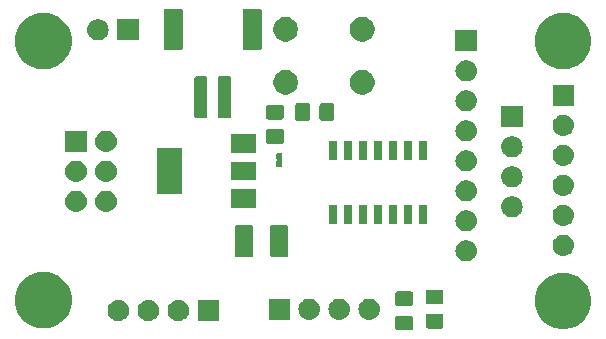
<source format=gbr>
G04 #@! TF.GenerationSoftware,KiCad,Pcbnew,5.0.2-bee76a0~70~ubuntu18.04.1*
G04 #@! TF.CreationDate,2019-01-23T20:48:10+01:00*
G04 #@! TF.ProjectId,Mighty841,4d696768-7479-4383-9431-2e6b69636164,1*
G04 #@! TF.SameCoordinates,Original*
G04 #@! TF.FileFunction,Soldermask,Top*
G04 #@! TF.FilePolarity,Negative*
%FSLAX46Y46*%
G04 Gerber Fmt 4.6, Leading zero omitted, Abs format (unit mm)*
G04 Created by KiCad (PCBNEW 5.0.2-bee76a0~70~ubuntu18.04.1) date mer. 23 janv. 2019 20:48:10 CET*
%MOMM*%
%LPD*%
G01*
G04 APERTURE LIST*
%ADD10C,0.100000*%
G04 APERTURE END LIST*
D10*
G36*
X154142077Y-86244265D02*
X154179764Y-86255698D01*
X154214503Y-86274266D01*
X154244948Y-86299252D01*
X154269934Y-86329697D01*
X154288502Y-86364436D01*
X154299935Y-86402123D01*
X154304400Y-86447461D01*
X154304400Y-87284139D01*
X154299935Y-87329477D01*
X154288502Y-87367164D01*
X154269934Y-87401903D01*
X154244948Y-87432348D01*
X154214503Y-87457334D01*
X154179764Y-87475902D01*
X154142077Y-87487335D01*
X154096739Y-87491800D01*
X153010061Y-87491800D01*
X152964723Y-87487335D01*
X152927036Y-87475902D01*
X152892297Y-87457334D01*
X152861852Y-87432348D01*
X152836866Y-87401903D01*
X152818298Y-87367164D01*
X152806865Y-87329477D01*
X152802400Y-87284139D01*
X152802400Y-86447461D01*
X152806865Y-86402123D01*
X152818298Y-86364436D01*
X152836866Y-86329697D01*
X152861852Y-86299252D01*
X152892297Y-86274266D01*
X152927036Y-86255698D01*
X152964723Y-86244265D01*
X153010061Y-86239800D01*
X154096739Y-86239800D01*
X154142077Y-86244265D01*
X154142077Y-86244265D01*
G37*
G36*
X167358487Y-82623269D02*
X167700346Y-82691269D01*
X167881338Y-82766239D01*
X168137299Y-82872261D01*
X168530551Y-83135024D01*
X168864976Y-83469449D01*
X169127739Y-83862701D01*
X169201951Y-84041865D01*
X169308731Y-84299654D01*
X169311671Y-84314436D01*
X169401000Y-84763521D01*
X169401000Y-85236479D01*
X169308731Y-85700345D01*
X169127739Y-86137299D01*
X168864976Y-86530551D01*
X168530551Y-86864976D01*
X168137299Y-87127739D01*
X167918332Y-87218438D01*
X167700346Y-87308731D01*
X167578337Y-87333000D01*
X167236479Y-87401000D01*
X166763521Y-87401000D01*
X166421663Y-87333000D01*
X166299654Y-87308731D01*
X166081668Y-87218438D01*
X165862701Y-87127739D01*
X165469449Y-86864976D01*
X165135024Y-86530551D01*
X164872261Y-86137299D01*
X164691269Y-85700345D01*
X164599000Y-85236479D01*
X164599000Y-84763521D01*
X164688329Y-84314436D01*
X164691269Y-84299654D01*
X164798049Y-84041865D01*
X164872261Y-83862701D01*
X165135024Y-83469449D01*
X165469449Y-83135024D01*
X165862701Y-82872261D01*
X166118662Y-82766239D01*
X166299654Y-82691269D01*
X166641513Y-82623269D01*
X166763521Y-82599000D01*
X167236479Y-82599000D01*
X167358487Y-82623269D01*
X167358487Y-82623269D01*
G37*
G36*
X156707477Y-86091865D02*
X156745164Y-86103298D01*
X156779903Y-86121866D01*
X156810348Y-86146852D01*
X156835334Y-86177297D01*
X156853902Y-86212036D01*
X156865335Y-86249723D01*
X156869800Y-86295061D01*
X156869800Y-87131739D01*
X156865335Y-87177077D01*
X156853902Y-87214764D01*
X156835334Y-87249503D01*
X156810348Y-87279948D01*
X156779903Y-87304934D01*
X156745164Y-87323502D01*
X156707477Y-87334935D01*
X156662139Y-87339400D01*
X155575461Y-87339400D01*
X155530123Y-87334935D01*
X155492436Y-87323502D01*
X155457697Y-87304934D01*
X155427252Y-87279948D01*
X155402266Y-87249503D01*
X155383698Y-87214764D01*
X155372265Y-87177077D01*
X155367800Y-87131739D01*
X155367800Y-86295061D01*
X155372265Y-86249723D01*
X155383698Y-86212036D01*
X155402266Y-86177297D01*
X155427252Y-86146852D01*
X155457697Y-86121866D01*
X155492436Y-86103298D01*
X155530123Y-86091865D01*
X155575461Y-86087400D01*
X156662139Y-86087400D01*
X156707477Y-86091865D01*
X156707477Y-86091865D01*
G37*
G36*
X123468412Y-82577134D02*
X123700346Y-82623269D01*
X123864512Y-82691269D01*
X124137299Y-82804261D01*
X124530551Y-83067024D01*
X124864976Y-83401449D01*
X125127739Y-83794701D01*
X125155905Y-83862700D01*
X125308731Y-84231654D01*
X125325197Y-84314436D01*
X125401000Y-84695521D01*
X125401000Y-85168479D01*
X125308731Y-85632345D01*
X125127739Y-86069299D01*
X124864976Y-86462551D01*
X124530551Y-86796976D01*
X124137299Y-87059739D01*
X123973132Y-87127739D01*
X123700346Y-87240731D01*
X123539501Y-87272725D01*
X123236479Y-87333000D01*
X122763521Y-87333000D01*
X122460499Y-87272725D01*
X122299654Y-87240731D01*
X122026868Y-87127739D01*
X121862701Y-87059739D01*
X121469449Y-86796976D01*
X121135024Y-86462551D01*
X120872261Y-86069299D01*
X120691269Y-85632345D01*
X120599000Y-85168479D01*
X120599000Y-84695521D01*
X120674803Y-84314436D01*
X120691269Y-84231654D01*
X120844095Y-83862700D01*
X120872261Y-83794701D01*
X121135024Y-83401449D01*
X121469449Y-83067024D01*
X121862701Y-82804261D01*
X122135488Y-82691269D01*
X122299654Y-82623269D01*
X122531588Y-82577135D01*
X122763521Y-82531000D01*
X123236479Y-82531000D01*
X123468412Y-82577134D01*
X123468412Y-82577134D01*
G37*
G36*
X137868200Y-86707400D02*
X136066200Y-86707400D01*
X136066200Y-84905400D01*
X137868200Y-84905400D01*
X137868200Y-86707400D01*
X137868200Y-86707400D01*
G37*
G36*
X134537643Y-84911919D02*
X134603827Y-84918437D01*
X134714539Y-84952021D01*
X134773667Y-84969957D01*
X134912287Y-85044052D01*
X134930191Y-85053622D01*
X134964451Y-85081739D01*
X135067386Y-85166214D01*
X135150648Y-85267671D01*
X135179978Y-85303409D01*
X135179979Y-85303411D01*
X135263643Y-85459933D01*
X135263643Y-85459934D01*
X135315163Y-85629773D01*
X135332559Y-85806400D01*
X135315163Y-85983027D01*
X135288993Y-86069299D01*
X135263643Y-86152867D01*
X135208828Y-86255417D01*
X135179978Y-86309391D01*
X135163313Y-86329697D01*
X135067386Y-86446586D01*
X134965929Y-86529848D01*
X134930191Y-86559178D01*
X134930189Y-86559179D01*
X134773667Y-86642843D01*
X134717053Y-86660016D01*
X134603827Y-86694363D01*
X134537642Y-86700882D01*
X134471460Y-86707400D01*
X134382940Y-86707400D01*
X134316758Y-86700882D01*
X134250573Y-86694363D01*
X134137347Y-86660016D01*
X134080733Y-86642843D01*
X133924211Y-86559179D01*
X133924209Y-86559178D01*
X133888471Y-86529848D01*
X133787014Y-86446586D01*
X133691087Y-86329697D01*
X133674422Y-86309391D01*
X133645572Y-86255417D01*
X133590757Y-86152867D01*
X133565407Y-86069299D01*
X133539237Y-85983027D01*
X133521841Y-85806400D01*
X133539237Y-85629773D01*
X133590757Y-85459934D01*
X133590757Y-85459933D01*
X133674421Y-85303411D01*
X133674422Y-85303409D01*
X133703752Y-85267671D01*
X133787014Y-85166214D01*
X133889949Y-85081739D01*
X133924209Y-85053622D01*
X133942113Y-85044052D01*
X134080733Y-84969957D01*
X134139861Y-84952021D01*
X134250573Y-84918437D01*
X134316757Y-84911919D01*
X134382940Y-84905400D01*
X134471460Y-84905400D01*
X134537643Y-84911919D01*
X134537643Y-84911919D01*
G37*
G36*
X131997643Y-84911919D02*
X132063827Y-84918437D01*
X132174539Y-84952021D01*
X132233667Y-84969957D01*
X132372287Y-85044052D01*
X132390191Y-85053622D01*
X132424451Y-85081739D01*
X132527386Y-85166214D01*
X132610648Y-85267671D01*
X132639978Y-85303409D01*
X132639979Y-85303411D01*
X132723643Y-85459933D01*
X132723643Y-85459934D01*
X132775163Y-85629773D01*
X132792559Y-85806400D01*
X132775163Y-85983027D01*
X132748993Y-86069299D01*
X132723643Y-86152867D01*
X132668828Y-86255417D01*
X132639978Y-86309391D01*
X132623313Y-86329697D01*
X132527386Y-86446586D01*
X132425929Y-86529848D01*
X132390191Y-86559178D01*
X132390189Y-86559179D01*
X132233667Y-86642843D01*
X132177053Y-86660016D01*
X132063827Y-86694363D01*
X131997642Y-86700882D01*
X131931460Y-86707400D01*
X131842940Y-86707400D01*
X131776758Y-86700882D01*
X131710573Y-86694363D01*
X131597347Y-86660016D01*
X131540733Y-86642843D01*
X131384211Y-86559179D01*
X131384209Y-86559178D01*
X131348471Y-86529848D01*
X131247014Y-86446586D01*
X131151087Y-86329697D01*
X131134422Y-86309391D01*
X131105572Y-86255417D01*
X131050757Y-86152867D01*
X131025407Y-86069299D01*
X130999237Y-85983027D01*
X130981841Y-85806400D01*
X130999237Y-85629773D01*
X131050757Y-85459934D01*
X131050757Y-85459933D01*
X131134421Y-85303411D01*
X131134422Y-85303409D01*
X131163752Y-85267671D01*
X131247014Y-85166214D01*
X131349949Y-85081739D01*
X131384209Y-85053622D01*
X131402113Y-85044052D01*
X131540733Y-84969957D01*
X131599861Y-84952021D01*
X131710573Y-84918437D01*
X131776757Y-84911919D01*
X131842940Y-84905400D01*
X131931460Y-84905400D01*
X131997643Y-84911919D01*
X131997643Y-84911919D01*
G37*
G36*
X129457643Y-84911919D02*
X129523827Y-84918437D01*
X129634539Y-84952021D01*
X129693667Y-84969957D01*
X129832287Y-85044052D01*
X129850191Y-85053622D01*
X129884451Y-85081739D01*
X129987386Y-85166214D01*
X130070648Y-85267671D01*
X130099978Y-85303409D01*
X130099979Y-85303411D01*
X130183643Y-85459933D01*
X130183643Y-85459934D01*
X130235163Y-85629773D01*
X130252559Y-85806400D01*
X130235163Y-85983027D01*
X130208993Y-86069299D01*
X130183643Y-86152867D01*
X130128828Y-86255417D01*
X130099978Y-86309391D01*
X130083313Y-86329697D01*
X129987386Y-86446586D01*
X129885929Y-86529848D01*
X129850191Y-86559178D01*
X129850189Y-86559179D01*
X129693667Y-86642843D01*
X129637053Y-86660016D01*
X129523827Y-86694363D01*
X129457642Y-86700882D01*
X129391460Y-86707400D01*
X129302940Y-86707400D01*
X129236758Y-86700882D01*
X129170573Y-86694363D01*
X129057347Y-86660016D01*
X129000733Y-86642843D01*
X128844211Y-86559179D01*
X128844209Y-86559178D01*
X128808471Y-86529848D01*
X128707014Y-86446586D01*
X128611087Y-86329697D01*
X128594422Y-86309391D01*
X128565572Y-86255417D01*
X128510757Y-86152867D01*
X128485407Y-86069299D01*
X128459237Y-85983027D01*
X128441841Y-85806400D01*
X128459237Y-85629773D01*
X128510757Y-85459934D01*
X128510757Y-85459933D01*
X128594421Y-85303411D01*
X128594422Y-85303409D01*
X128623752Y-85267671D01*
X128707014Y-85166214D01*
X128809949Y-85081739D01*
X128844209Y-85053622D01*
X128862113Y-85044052D01*
X129000733Y-84969957D01*
X129059861Y-84952021D01*
X129170573Y-84918437D01*
X129236757Y-84911919D01*
X129302940Y-84905400D01*
X129391460Y-84905400D01*
X129457643Y-84911919D01*
X129457643Y-84911919D01*
G37*
G36*
X148152042Y-84810318D02*
X148218227Y-84816837D01*
X148331453Y-84851184D01*
X148388067Y-84868357D01*
X148526687Y-84942452D01*
X148544591Y-84952022D01*
X148580329Y-84981352D01*
X148681786Y-85064614D01*
X148728374Y-85121383D01*
X148794378Y-85201809D01*
X148794379Y-85201811D01*
X148878043Y-85358333D01*
X148878043Y-85358334D01*
X148929563Y-85528173D01*
X148946959Y-85704800D01*
X148929563Y-85881427D01*
X148898744Y-85983025D01*
X148878043Y-86051267D01*
X148850231Y-86103298D01*
X148794378Y-86207791D01*
X148793909Y-86208362D01*
X148681786Y-86344986D01*
X148612163Y-86402123D01*
X148544591Y-86457578D01*
X148535293Y-86462548D01*
X148388067Y-86541243D01*
X148331453Y-86558416D01*
X148218227Y-86592763D01*
X148152042Y-86599282D01*
X148085860Y-86605800D01*
X147997340Y-86605800D01*
X147931158Y-86599282D01*
X147864973Y-86592763D01*
X147751747Y-86558416D01*
X147695133Y-86541243D01*
X147547907Y-86462548D01*
X147538609Y-86457578D01*
X147471037Y-86402123D01*
X147401414Y-86344986D01*
X147289291Y-86208362D01*
X147288822Y-86207791D01*
X147232969Y-86103298D01*
X147205157Y-86051267D01*
X147184456Y-85983025D01*
X147153637Y-85881427D01*
X147136241Y-85704800D01*
X147153637Y-85528173D01*
X147205157Y-85358334D01*
X147205157Y-85358333D01*
X147288821Y-85201811D01*
X147288822Y-85201809D01*
X147354826Y-85121383D01*
X147401414Y-85064614D01*
X147502871Y-84981352D01*
X147538609Y-84952022D01*
X147556513Y-84942452D01*
X147695133Y-84868357D01*
X147751747Y-84851184D01*
X147864973Y-84816837D01*
X147931158Y-84810318D01*
X147997340Y-84803800D01*
X148085860Y-84803800D01*
X148152042Y-84810318D01*
X148152042Y-84810318D01*
G37*
G36*
X145612042Y-84810318D02*
X145678227Y-84816837D01*
X145791453Y-84851184D01*
X145848067Y-84868357D01*
X145986687Y-84942452D01*
X146004591Y-84952022D01*
X146040329Y-84981352D01*
X146141786Y-85064614D01*
X146188374Y-85121383D01*
X146254378Y-85201809D01*
X146254379Y-85201811D01*
X146338043Y-85358333D01*
X146338043Y-85358334D01*
X146389563Y-85528173D01*
X146406959Y-85704800D01*
X146389563Y-85881427D01*
X146358744Y-85983025D01*
X146338043Y-86051267D01*
X146310231Y-86103298D01*
X146254378Y-86207791D01*
X146253909Y-86208362D01*
X146141786Y-86344986D01*
X146072163Y-86402123D01*
X146004591Y-86457578D01*
X145995293Y-86462548D01*
X145848067Y-86541243D01*
X145791453Y-86558416D01*
X145678227Y-86592763D01*
X145612042Y-86599282D01*
X145545860Y-86605800D01*
X145457340Y-86605800D01*
X145391158Y-86599282D01*
X145324973Y-86592763D01*
X145211747Y-86558416D01*
X145155133Y-86541243D01*
X145007907Y-86462548D01*
X144998609Y-86457578D01*
X144931037Y-86402123D01*
X144861414Y-86344986D01*
X144749291Y-86208362D01*
X144748822Y-86207791D01*
X144692969Y-86103298D01*
X144665157Y-86051267D01*
X144644456Y-85983025D01*
X144613637Y-85881427D01*
X144596241Y-85704800D01*
X144613637Y-85528173D01*
X144665157Y-85358334D01*
X144665157Y-85358333D01*
X144748821Y-85201811D01*
X144748822Y-85201809D01*
X144814826Y-85121383D01*
X144861414Y-85064614D01*
X144962871Y-84981352D01*
X144998609Y-84952022D01*
X145016513Y-84942452D01*
X145155133Y-84868357D01*
X145211747Y-84851184D01*
X145324973Y-84816837D01*
X145391158Y-84810318D01*
X145457340Y-84803800D01*
X145545860Y-84803800D01*
X145612042Y-84810318D01*
X145612042Y-84810318D01*
G37*
G36*
X143862600Y-86605800D02*
X142060600Y-86605800D01*
X142060600Y-84803800D01*
X143862600Y-84803800D01*
X143862600Y-86605800D01*
X143862600Y-86605800D01*
G37*
G36*
X150692042Y-84810318D02*
X150758227Y-84816837D01*
X150871453Y-84851184D01*
X150928067Y-84868357D01*
X151066687Y-84942452D01*
X151084591Y-84952022D01*
X151120329Y-84981352D01*
X151221786Y-85064614D01*
X151268374Y-85121383D01*
X151334378Y-85201809D01*
X151334379Y-85201811D01*
X151418043Y-85358333D01*
X151418043Y-85358334D01*
X151469563Y-85528173D01*
X151486959Y-85704800D01*
X151469563Y-85881427D01*
X151438744Y-85983025D01*
X151418043Y-86051267D01*
X151390231Y-86103298D01*
X151334378Y-86207791D01*
X151333909Y-86208362D01*
X151221786Y-86344986D01*
X151152163Y-86402123D01*
X151084591Y-86457578D01*
X151075293Y-86462548D01*
X150928067Y-86541243D01*
X150871453Y-86558416D01*
X150758227Y-86592763D01*
X150692042Y-86599282D01*
X150625860Y-86605800D01*
X150537340Y-86605800D01*
X150471158Y-86599282D01*
X150404973Y-86592763D01*
X150291747Y-86558416D01*
X150235133Y-86541243D01*
X150087907Y-86462548D01*
X150078609Y-86457578D01*
X150011037Y-86402123D01*
X149941414Y-86344986D01*
X149829291Y-86208362D01*
X149828822Y-86207791D01*
X149772969Y-86103298D01*
X149745157Y-86051267D01*
X149724456Y-85983025D01*
X149693637Y-85881427D01*
X149676241Y-85704800D01*
X149693637Y-85528173D01*
X149745157Y-85358334D01*
X149745157Y-85358333D01*
X149828821Y-85201811D01*
X149828822Y-85201809D01*
X149894826Y-85121383D01*
X149941414Y-85064614D01*
X150042871Y-84981352D01*
X150078609Y-84952022D01*
X150096513Y-84942452D01*
X150235133Y-84868357D01*
X150291747Y-84851184D01*
X150404973Y-84816837D01*
X150471158Y-84810318D01*
X150537340Y-84803800D01*
X150625860Y-84803800D01*
X150692042Y-84810318D01*
X150692042Y-84810318D01*
G37*
G36*
X154142077Y-84194265D02*
X154179764Y-84205698D01*
X154214503Y-84224266D01*
X154244948Y-84249252D01*
X154269934Y-84279697D01*
X154288502Y-84314436D01*
X154299935Y-84352123D01*
X154304400Y-84397461D01*
X154304400Y-85234139D01*
X154299935Y-85279477D01*
X154288502Y-85317164D01*
X154269934Y-85351903D01*
X154244948Y-85382348D01*
X154214503Y-85407334D01*
X154179764Y-85425902D01*
X154142077Y-85437335D01*
X154096739Y-85441800D01*
X153010061Y-85441800D01*
X152964723Y-85437335D01*
X152927036Y-85425902D01*
X152892297Y-85407334D01*
X152861852Y-85382348D01*
X152836866Y-85351903D01*
X152818298Y-85317164D01*
X152806865Y-85279477D01*
X152802400Y-85234139D01*
X152802400Y-84397461D01*
X152806865Y-84352123D01*
X152818298Y-84314436D01*
X152836866Y-84279697D01*
X152861852Y-84249252D01*
X152892297Y-84224266D01*
X152927036Y-84205698D01*
X152964723Y-84194265D01*
X153010061Y-84189800D01*
X154096739Y-84189800D01*
X154142077Y-84194265D01*
X154142077Y-84194265D01*
G37*
G36*
X156707477Y-84041865D02*
X156745164Y-84053298D01*
X156779903Y-84071866D01*
X156810348Y-84096852D01*
X156835334Y-84127297D01*
X156853902Y-84162036D01*
X156865335Y-84199723D01*
X156869800Y-84245061D01*
X156869800Y-85081739D01*
X156865335Y-85127077D01*
X156853902Y-85164764D01*
X156835334Y-85199503D01*
X156810348Y-85229948D01*
X156779903Y-85254934D01*
X156745164Y-85273502D01*
X156707477Y-85284935D01*
X156662139Y-85289400D01*
X155575461Y-85289400D01*
X155530123Y-85284935D01*
X155492436Y-85273502D01*
X155457697Y-85254934D01*
X155427252Y-85229948D01*
X155402266Y-85199503D01*
X155383698Y-85164764D01*
X155372265Y-85127077D01*
X155367800Y-85081739D01*
X155367800Y-84245061D01*
X155372265Y-84199723D01*
X155383698Y-84162036D01*
X155402266Y-84127297D01*
X155427252Y-84096852D01*
X155457697Y-84071866D01*
X155492436Y-84053298D01*
X155530123Y-84041865D01*
X155575461Y-84037400D01*
X156662139Y-84037400D01*
X156707477Y-84041865D01*
X156707477Y-84041865D01*
G37*
G36*
X158896242Y-79857318D02*
X158962427Y-79863837D01*
X159075653Y-79898184D01*
X159132267Y-79915357D01*
X159270887Y-79989452D01*
X159288791Y-79999022D01*
X159324529Y-80028352D01*
X159425986Y-80111614D01*
X159509248Y-80213071D01*
X159538578Y-80248809D01*
X159538579Y-80248811D01*
X159622243Y-80405333D01*
X159622243Y-80405334D01*
X159673763Y-80575173D01*
X159691159Y-80751800D01*
X159673763Y-80928427D01*
X159639416Y-81041653D01*
X159622243Y-81098267D01*
X159570035Y-81195939D01*
X159538578Y-81254791D01*
X159515409Y-81283022D01*
X159425986Y-81391986D01*
X159324529Y-81475248D01*
X159288791Y-81504578D01*
X159288789Y-81504579D01*
X159132267Y-81588243D01*
X159075653Y-81605416D01*
X158962427Y-81639763D01*
X158896243Y-81646281D01*
X158830060Y-81652800D01*
X158741540Y-81652800D01*
X158675357Y-81646281D01*
X158609173Y-81639763D01*
X158495947Y-81605416D01*
X158439333Y-81588243D01*
X158282811Y-81504579D01*
X158282809Y-81504578D01*
X158247071Y-81475248D01*
X158145614Y-81391986D01*
X158056191Y-81283022D01*
X158033022Y-81254791D01*
X158001565Y-81195939D01*
X157949357Y-81098267D01*
X157932184Y-81041653D01*
X157897837Y-80928427D01*
X157880441Y-80751800D01*
X157897837Y-80575173D01*
X157949357Y-80405334D01*
X157949357Y-80405333D01*
X158033021Y-80248811D01*
X158033022Y-80248809D01*
X158062352Y-80213071D01*
X158145614Y-80111614D01*
X158247071Y-80028352D01*
X158282809Y-79999022D01*
X158300713Y-79989452D01*
X158439333Y-79915357D01*
X158495947Y-79898184D01*
X158609173Y-79863837D01*
X158675358Y-79857318D01*
X158741540Y-79850800D01*
X158830060Y-79850800D01*
X158896242Y-79857318D01*
X158896242Y-79857318D01*
G37*
G36*
X140602862Y-78567181D02*
X140637777Y-78577773D01*
X140669965Y-78594978D01*
X140698173Y-78618127D01*
X140721322Y-78646335D01*
X140738527Y-78678523D01*
X140749119Y-78713438D01*
X140753300Y-78755895D01*
X140753300Y-81122105D01*
X140749119Y-81164562D01*
X140738527Y-81199477D01*
X140721322Y-81231665D01*
X140698173Y-81259873D01*
X140669965Y-81283022D01*
X140637777Y-81300227D01*
X140602862Y-81310819D01*
X140560405Y-81315000D01*
X139419195Y-81315000D01*
X139376738Y-81310819D01*
X139341823Y-81300227D01*
X139309635Y-81283022D01*
X139281427Y-81259873D01*
X139258278Y-81231665D01*
X139241073Y-81199477D01*
X139230481Y-81164562D01*
X139226300Y-81122105D01*
X139226300Y-78755895D01*
X139230481Y-78713438D01*
X139241073Y-78678523D01*
X139258278Y-78646335D01*
X139281427Y-78618127D01*
X139309635Y-78594978D01*
X139341823Y-78577773D01*
X139376738Y-78567181D01*
X139419195Y-78563000D01*
X140560405Y-78563000D01*
X140602862Y-78567181D01*
X140602862Y-78567181D01*
G37*
G36*
X143577862Y-78567181D02*
X143612777Y-78577773D01*
X143644965Y-78594978D01*
X143673173Y-78618127D01*
X143696322Y-78646335D01*
X143713527Y-78678523D01*
X143724119Y-78713438D01*
X143728300Y-78755895D01*
X143728300Y-81122105D01*
X143724119Y-81164562D01*
X143713527Y-81199477D01*
X143696322Y-81231665D01*
X143673173Y-81259873D01*
X143644965Y-81283022D01*
X143612777Y-81300227D01*
X143577862Y-81310819D01*
X143535405Y-81315000D01*
X142394195Y-81315000D01*
X142351738Y-81310819D01*
X142316823Y-81300227D01*
X142284635Y-81283022D01*
X142256427Y-81259873D01*
X142233278Y-81231665D01*
X142216073Y-81199477D01*
X142205481Y-81164562D01*
X142201300Y-81122105D01*
X142201300Y-78755895D01*
X142205481Y-78713438D01*
X142216073Y-78678523D01*
X142233278Y-78646335D01*
X142256427Y-78618127D01*
X142284635Y-78594978D01*
X142316823Y-78577773D01*
X142351738Y-78567181D01*
X142394195Y-78563000D01*
X143535405Y-78563000D01*
X143577862Y-78567181D01*
X143577862Y-78567181D01*
G37*
G36*
X167125842Y-79400118D02*
X167192027Y-79406637D01*
X167305253Y-79440984D01*
X167361867Y-79458157D01*
X167500487Y-79532252D01*
X167518391Y-79541822D01*
X167554129Y-79571152D01*
X167655586Y-79654414D01*
X167738848Y-79755871D01*
X167768178Y-79791609D01*
X167768179Y-79791611D01*
X167851843Y-79948133D01*
X167851843Y-79948134D01*
X167903363Y-80117973D01*
X167920759Y-80294600D01*
X167903363Y-80471227D01*
X167871831Y-80575173D01*
X167851843Y-80641067D01*
X167792654Y-80751800D01*
X167768178Y-80797591D01*
X167738848Y-80833329D01*
X167655586Y-80934786D01*
X167554129Y-81018048D01*
X167518391Y-81047378D01*
X167518389Y-81047379D01*
X167361867Y-81131043D01*
X167305253Y-81148216D01*
X167192027Y-81182563D01*
X167125843Y-81189081D01*
X167059660Y-81195600D01*
X166971140Y-81195600D01*
X166904957Y-81189081D01*
X166838773Y-81182563D01*
X166725547Y-81148216D01*
X166668933Y-81131043D01*
X166512411Y-81047379D01*
X166512409Y-81047378D01*
X166476671Y-81018048D01*
X166375214Y-80934786D01*
X166291952Y-80833329D01*
X166262622Y-80797591D01*
X166238146Y-80751800D01*
X166178957Y-80641067D01*
X166158969Y-80575173D01*
X166127437Y-80471227D01*
X166110041Y-80294600D01*
X166127437Y-80117973D01*
X166178957Y-79948134D01*
X166178957Y-79948133D01*
X166262621Y-79791611D01*
X166262622Y-79791609D01*
X166291952Y-79755871D01*
X166375214Y-79654414D01*
X166476671Y-79571152D01*
X166512409Y-79541822D01*
X166530313Y-79532252D01*
X166668933Y-79458157D01*
X166725547Y-79440984D01*
X166838773Y-79406637D01*
X166904958Y-79400118D01*
X166971140Y-79393600D01*
X167059660Y-79393600D01*
X167125842Y-79400118D01*
X167125842Y-79400118D01*
G37*
G36*
X158896243Y-77317319D02*
X158962427Y-77323837D01*
X159075653Y-77358184D01*
X159132267Y-77375357D01*
X159270887Y-77449452D01*
X159288791Y-77459022D01*
X159310412Y-77476766D01*
X159425986Y-77571614D01*
X159509248Y-77673071D01*
X159538578Y-77708809D01*
X159538579Y-77708811D01*
X159622243Y-77865333D01*
X159622243Y-77865334D01*
X159673763Y-78035173D01*
X159691159Y-78211800D01*
X159673763Y-78388427D01*
X159654842Y-78450800D01*
X159622243Y-78558267D01*
X159557964Y-78678523D01*
X159538578Y-78714791D01*
X159527429Y-78728376D01*
X159425986Y-78851986D01*
X159324529Y-78935248D01*
X159288791Y-78964578D01*
X159288789Y-78964579D01*
X159132267Y-79048243D01*
X159075653Y-79065416D01*
X158962427Y-79099763D01*
X158896242Y-79106282D01*
X158830060Y-79112800D01*
X158741540Y-79112800D01*
X158675358Y-79106282D01*
X158609173Y-79099763D01*
X158495947Y-79065416D01*
X158439333Y-79048243D01*
X158282811Y-78964579D01*
X158282809Y-78964578D01*
X158247071Y-78935248D01*
X158145614Y-78851986D01*
X158044171Y-78728376D01*
X158033022Y-78714791D01*
X158013636Y-78678523D01*
X157949357Y-78558267D01*
X157916758Y-78450800D01*
X157897837Y-78388427D01*
X157880441Y-78211800D01*
X157897837Y-78035173D01*
X157949357Y-77865334D01*
X157949357Y-77865333D01*
X158033021Y-77708811D01*
X158033022Y-77708809D01*
X158062352Y-77673071D01*
X158145614Y-77571614D01*
X158261188Y-77476766D01*
X158282809Y-77459022D01*
X158300713Y-77449452D01*
X158439333Y-77375357D01*
X158495947Y-77358184D01*
X158609173Y-77323837D01*
X158675357Y-77317319D01*
X158741540Y-77310800D01*
X158830060Y-77310800D01*
X158896243Y-77317319D01*
X158896243Y-77317319D01*
G37*
G36*
X167125843Y-76860119D02*
X167192027Y-76866637D01*
X167305253Y-76900984D01*
X167361867Y-76918157D01*
X167378590Y-76927096D01*
X167518391Y-77001822D01*
X167554129Y-77031152D01*
X167655586Y-77114414D01*
X167721412Y-77194625D01*
X167768178Y-77251609D01*
X167768179Y-77251611D01*
X167851843Y-77408133D01*
X167851843Y-77408134D01*
X167903363Y-77577973D01*
X167920759Y-77754600D01*
X167903363Y-77931227D01*
X167871831Y-78035173D01*
X167851843Y-78101067D01*
X167792654Y-78211800D01*
X167768178Y-78257591D01*
X167738848Y-78293329D01*
X167655586Y-78394786D01*
X167554129Y-78478048D01*
X167518391Y-78507378D01*
X167518389Y-78507379D01*
X167361867Y-78591043D01*
X167305478Y-78608148D01*
X167192027Y-78642563D01*
X167125842Y-78649082D01*
X167059660Y-78655600D01*
X166971140Y-78655600D01*
X166904958Y-78649082D01*
X166838773Y-78642563D01*
X166725322Y-78608148D01*
X166668933Y-78591043D01*
X166512411Y-78507379D01*
X166512409Y-78507378D01*
X166476671Y-78478048D01*
X166375214Y-78394786D01*
X166291952Y-78293329D01*
X166262622Y-78257591D01*
X166238146Y-78211800D01*
X166178957Y-78101067D01*
X166158969Y-78035173D01*
X166127437Y-77931227D01*
X166110041Y-77754600D01*
X166127437Y-77577973D01*
X166178957Y-77408134D01*
X166178957Y-77408133D01*
X166262621Y-77251611D01*
X166262622Y-77251609D01*
X166309388Y-77194625D01*
X166375214Y-77114414D01*
X166476671Y-77031152D01*
X166512409Y-77001822D01*
X166652210Y-76927096D01*
X166668933Y-76918157D01*
X166725547Y-76900984D01*
X166838773Y-76866637D01*
X166904957Y-76860119D01*
X166971140Y-76853600D01*
X167059660Y-76853600D01*
X167125843Y-76860119D01*
X167125843Y-76860119D01*
G37*
G36*
X154196000Y-78450800D02*
X153494000Y-78450800D01*
X153494000Y-76848800D01*
X154196000Y-76848800D01*
X154196000Y-78450800D01*
X154196000Y-78450800D01*
G37*
G36*
X155466000Y-78450800D02*
X154764000Y-78450800D01*
X154764000Y-76848800D01*
X155466000Y-76848800D01*
X155466000Y-78450800D01*
X155466000Y-78450800D01*
G37*
G36*
X152926000Y-78450800D02*
X152224000Y-78450800D01*
X152224000Y-76848800D01*
X152926000Y-76848800D01*
X152926000Y-78450800D01*
X152926000Y-78450800D01*
G37*
G36*
X151656000Y-78450800D02*
X150954000Y-78450800D01*
X150954000Y-76848800D01*
X151656000Y-76848800D01*
X151656000Y-78450800D01*
X151656000Y-78450800D01*
G37*
G36*
X150386000Y-78450800D02*
X149684000Y-78450800D01*
X149684000Y-76848800D01*
X150386000Y-76848800D01*
X150386000Y-78450800D01*
X150386000Y-78450800D01*
G37*
G36*
X149116000Y-78450800D02*
X148414000Y-78450800D01*
X148414000Y-76848800D01*
X149116000Y-76848800D01*
X149116000Y-78450800D01*
X149116000Y-78450800D01*
G37*
G36*
X147846000Y-78450800D02*
X147144000Y-78450800D01*
X147144000Y-76848800D01*
X147846000Y-76848800D01*
X147846000Y-78450800D01*
X147846000Y-78450800D01*
G37*
G36*
X162782443Y-76123519D02*
X162848627Y-76130037D01*
X162961853Y-76164384D01*
X163018467Y-76181557D01*
X163097317Y-76223704D01*
X163174991Y-76265222D01*
X163210729Y-76294552D01*
X163312186Y-76377814D01*
X163395448Y-76479271D01*
X163424778Y-76515009D01*
X163424779Y-76515011D01*
X163508443Y-76671533D01*
X163508443Y-76671534D01*
X163559963Y-76841373D01*
X163577359Y-77018000D01*
X163559963Y-77194627D01*
X163542677Y-77251611D01*
X163508443Y-77364467D01*
X163441343Y-77490000D01*
X163424778Y-77520991D01*
X163395448Y-77556729D01*
X163312186Y-77658186D01*
X163210729Y-77741448D01*
X163174991Y-77770778D01*
X163174989Y-77770779D01*
X163018467Y-77854443D01*
X162982563Y-77865334D01*
X162848627Y-77905963D01*
X162782442Y-77912482D01*
X162716260Y-77919000D01*
X162627740Y-77919000D01*
X162561558Y-77912482D01*
X162495373Y-77905963D01*
X162361437Y-77865334D01*
X162325533Y-77854443D01*
X162169011Y-77770779D01*
X162169009Y-77770778D01*
X162133271Y-77741448D01*
X162031814Y-77658186D01*
X161948552Y-77556729D01*
X161919222Y-77520991D01*
X161902657Y-77490000D01*
X161835557Y-77364467D01*
X161801323Y-77251611D01*
X161784037Y-77194627D01*
X161766641Y-77018000D01*
X161784037Y-76841373D01*
X161835557Y-76671534D01*
X161835557Y-76671533D01*
X161919221Y-76515011D01*
X161919222Y-76515009D01*
X161948552Y-76479271D01*
X162031814Y-76377814D01*
X162133271Y-76294552D01*
X162169009Y-76265222D01*
X162246683Y-76223704D01*
X162325533Y-76181557D01*
X162382147Y-76164384D01*
X162495373Y-76130037D01*
X162561557Y-76123519D01*
X162627740Y-76117000D01*
X162716260Y-76117000D01*
X162782443Y-76123519D01*
X162782443Y-76123519D01*
G37*
G36*
X128471894Y-75674033D02*
X128644294Y-75726331D01*
X128644296Y-75726332D01*
X128803183Y-75811259D01*
X128942449Y-75925551D01*
X129056741Y-76064817D01*
X129083885Y-76115600D01*
X129141669Y-76223706D01*
X129193967Y-76396106D01*
X129211625Y-76575400D01*
X129193967Y-76754694D01*
X129144380Y-76918157D01*
X129141668Y-76927096D01*
X129056741Y-77085983D01*
X128942449Y-77225249D01*
X128803183Y-77339541D01*
X128644296Y-77424468D01*
X128644294Y-77424469D01*
X128471894Y-77476767D01*
X128337531Y-77490000D01*
X128247669Y-77490000D01*
X128113306Y-77476767D01*
X127940906Y-77424469D01*
X127940904Y-77424468D01*
X127782017Y-77339541D01*
X127642751Y-77225249D01*
X127528459Y-77085983D01*
X127443532Y-76927096D01*
X127440820Y-76918157D01*
X127391233Y-76754694D01*
X127373575Y-76575400D01*
X127391233Y-76396106D01*
X127443531Y-76223706D01*
X127501315Y-76115600D01*
X127528459Y-76064817D01*
X127642751Y-75925551D01*
X127782017Y-75811259D01*
X127940904Y-75726332D01*
X127940906Y-75726331D01*
X128113306Y-75674033D01*
X128247669Y-75660800D01*
X128337531Y-75660800D01*
X128471894Y-75674033D01*
X128471894Y-75674033D01*
G37*
G36*
X125931894Y-75674033D02*
X126104294Y-75726331D01*
X126104296Y-75726332D01*
X126263183Y-75811259D01*
X126402449Y-75925551D01*
X126516741Y-76064817D01*
X126543885Y-76115600D01*
X126601669Y-76223706D01*
X126653967Y-76396106D01*
X126671625Y-76575400D01*
X126653967Y-76754694D01*
X126604380Y-76918157D01*
X126601668Y-76927096D01*
X126516741Y-77085983D01*
X126402449Y-77225249D01*
X126263183Y-77339541D01*
X126104296Y-77424468D01*
X126104294Y-77424469D01*
X125931894Y-77476767D01*
X125797531Y-77490000D01*
X125707669Y-77490000D01*
X125573306Y-77476767D01*
X125400906Y-77424469D01*
X125400904Y-77424468D01*
X125242017Y-77339541D01*
X125102751Y-77225249D01*
X124988459Y-77085983D01*
X124903532Y-76927096D01*
X124900820Y-76918157D01*
X124851233Y-76754694D01*
X124833575Y-76575400D01*
X124851233Y-76396106D01*
X124903531Y-76223706D01*
X124961315Y-76115600D01*
X124988459Y-76064817D01*
X125102751Y-75925551D01*
X125242017Y-75811259D01*
X125400904Y-75726332D01*
X125400906Y-75726331D01*
X125573306Y-75674033D01*
X125707669Y-75660800D01*
X125797531Y-75660800D01*
X125931894Y-75674033D01*
X125931894Y-75674033D01*
G37*
G36*
X141003000Y-77101000D02*
X138901000Y-77101000D01*
X138901000Y-75499000D01*
X141003000Y-75499000D01*
X141003000Y-77101000D01*
X141003000Y-77101000D01*
G37*
G36*
X158896243Y-74777319D02*
X158962427Y-74783837D01*
X159075653Y-74818184D01*
X159132267Y-74835357D01*
X159270887Y-74909452D01*
X159288791Y-74919022D01*
X159310412Y-74936766D01*
X159425986Y-75031614D01*
X159509248Y-75133071D01*
X159538578Y-75168809D01*
X159538579Y-75168811D01*
X159622243Y-75325333D01*
X159622243Y-75325334D01*
X159673763Y-75495173D01*
X159691159Y-75671800D01*
X159673763Y-75848427D01*
X159650368Y-75925551D01*
X159622243Y-76018267D01*
X159569468Y-76117000D01*
X159538578Y-76174791D01*
X159533025Y-76181557D01*
X159425986Y-76311986D01*
X159324529Y-76395248D01*
X159288791Y-76424578D01*
X159288789Y-76424579D01*
X159132267Y-76508243D01*
X159109955Y-76515011D01*
X158962427Y-76559763D01*
X158896243Y-76566281D01*
X158830060Y-76572800D01*
X158741540Y-76572800D01*
X158675357Y-76566281D01*
X158609173Y-76559763D01*
X158461645Y-76515011D01*
X158439333Y-76508243D01*
X158282811Y-76424579D01*
X158282809Y-76424578D01*
X158247071Y-76395248D01*
X158145614Y-76311986D01*
X158038575Y-76181557D01*
X158033022Y-76174791D01*
X158002132Y-76117000D01*
X157949357Y-76018267D01*
X157921232Y-75925551D01*
X157897837Y-75848427D01*
X157880441Y-75671800D01*
X157897837Y-75495173D01*
X157949357Y-75325334D01*
X157949357Y-75325333D01*
X158033021Y-75168811D01*
X158033022Y-75168809D01*
X158062352Y-75133071D01*
X158145614Y-75031614D01*
X158261188Y-74936766D01*
X158282809Y-74919022D01*
X158300713Y-74909452D01*
X158439333Y-74835357D01*
X158495947Y-74818184D01*
X158609173Y-74783837D01*
X158675357Y-74777319D01*
X158741540Y-74770800D01*
X158830060Y-74770800D01*
X158896243Y-74777319D01*
X158896243Y-74777319D01*
G37*
G36*
X167125843Y-74320119D02*
X167192027Y-74326637D01*
X167305253Y-74360984D01*
X167361867Y-74378157D01*
X167378590Y-74387096D01*
X167518391Y-74461822D01*
X167554129Y-74491152D01*
X167655586Y-74574414D01*
X167721412Y-74654625D01*
X167768178Y-74711609D01*
X167768179Y-74711611D01*
X167851843Y-74868133D01*
X167851843Y-74868134D01*
X167903363Y-75037973D01*
X167920759Y-75214600D01*
X167903363Y-75391227D01*
X167871831Y-75495173D01*
X167851843Y-75561067D01*
X167791460Y-75674034D01*
X167768178Y-75717591D01*
X167761005Y-75726331D01*
X167655586Y-75854786D01*
X167569357Y-75925551D01*
X167518391Y-75967378D01*
X167518389Y-75967379D01*
X167361867Y-76051043D01*
X167316459Y-76064817D01*
X167192027Y-76102563D01*
X167125842Y-76109082D01*
X167059660Y-76115600D01*
X166971140Y-76115600D01*
X166904958Y-76109082D01*
X166838773Y-76102563D01*
X166714341Y-76064817D01*
X166668933Y-76051043D01*
X166512411Y-75967379D01*
X166512409Y-75967378D01*
X166461443Y-75925551D01*
X166375214Y-75854786D01*
X166269795Y-75726331D01*
X166262622Y-75717591D01*
X166239340Y-75674034D01*
X166178957Y-75561067D01*
X166158969Y-75495173D01*
X166127437Y-75391227D01*
X166110041Y-75214600D01*
X166127437Y-75037973D01*
X166178957Y-74868134D01*
X166178957Y-74868133D01*
X166262621Y-74711611D01*
X166262622Y-74711609D01*
X166309388Y-74654625D01*
X166375214Y-74574414D01*
X166476671Y-74491152D01*
X166512409Y-74461822D01*
X166652210Y-74387096D01*
X166668933Y-74378157D01*
X166725547Y-74360984D01*
X166838773Y-74326637D01*
X166904957Y-74320119D01*
X166971140Y-74313600D01*
X167059660Y-74313600D01*
X167125843Y-74320119D01*
X167125843Y-74320119D01*
G37*
G36*
X134703000Y-75951000D02*
X132601000Y-75951000D01*
X132601000Y-72049000D01*
X134703000Y-72049000D01*
X134703000Y-75951000D01*
X134703000Y-75951000D01*
G37*
G36*
X162782443Y-73583519D02*
X162848627Y-73590037D01*
X162961853Y-73624384D01*
X163018467Y-73641557D01*
X163090756Y-73680197D01*
X163174991Y-73725222D01*
X163210729Y-73754552D01*
X163312186Y-73837814D01*
X163395448Y-73939271D01*
X163424778Y-73975009D01*
X163424779Y-73975011D01*
X163508443Y-74131533D01*
X163508443Y-74131534D01*
X163559963Y-74301373D01*
X163577359Y-74478000D01*
X163559963Y-74654627D01*
X163542677Y-74711611D01*
X163508443Y-74824467D01*
X163441343Y-74950000D01*
X163424778Y-74980991D01*
X163395448Y-75016729D01*
X163312186Y-75118186D01*
X163210729Y-75201448D01*
X163174991Y-75230778D01*
X163174989Y-75230779D01*
X163018467Y-75314443D01*
X162982563Y-75325334D01*
X162848627Y-75365963D01*
X162782443Y-75372481D01*
X162716260Y-75379000D01*
X162627740Y-75379000D01*
X162561557Y-75372481D01*
X162495373Y-75365963D01*
X162361437Y-75325334D01*
X162325533Y-75314443D01*
X162169011Y-75230779D01*
X162169009Y-75230778D01*
X162133271Y-75201448D01*
X162031814Y-75118186D01*
X161948552Y-75016729D01*
X161919222Y-74980991D01*
X161902657Y-74950000D01*
X161835557Y-74824467D01*
X161801323Y-74711611D01*
X161784037Y-74654627D01*
X161766641Y-74478000D01*
X161784037Y-74301373D01*
X161835557Y-74131534D01*
X161835557Y-74131533D01*
X161919221Y-73975011D01*
X161919222Y-73975009D01*
X161948552Y-73939271D01*
X162031814Y-73837814D01*
X162133271Y-73754552D01*
X162169009Y-73725222D01*
X162253244Y-73680197D01*
X162325533Y-73641557D01*
X162382147Y-73624384D01*
X162495373Y-73590037D01*
X162561557Y-73583519D01*
X162627740Y-73577000D01*
X162716260Y-73577000D01*
X162782443Y-73583519D01*
X162782443Y-73583519D01*
G37*
G36*
X128471894Y-73134033D02*
X128644294Y-73186331D01*
X128644296Y-73186332D01*
X128803183Y-73271259D01*
X128942449Y-73385551D01*
X129056741Y-73524817D01*
X129134814Y-73670881D01*
X129141669Y-73683706D01*
X129193967Y-73856106D01*
X129211625Y-74035400D01*
X129193967Y-74214694D01*
X129144380Y-74378157D01*
X129141668Y-74387096D01*
X129056741Y-74545983D01*
X128942449Y-74685249D01*
X128803183Y-74799541D01*
X128644296Y-74884468D01*
X128644294Y-74884469D01*
X128471894Y-74936767D01*
X128337531Y-74950000D01*
X128247669Y-74950000D01*
X128113306Y-74936767D01*
X127940906Y-74884469D01*
X127940904Y-74884468D01*
X127782017Y-74799541D01*
X127642751Y-74685249D01*
X127528459Y-74545983D01*
X127443532Y-74387096D01*
X127440820Y-74378157D01*
X127391233Y-74214694D01*
X127373575Y-74035400D01*
X127391233Y-73856106D01*
X127443531Y-73683706D01*
X127450386Y-73670881D01*
X127528459Y-73524817D01*
X127642751Y-73385551D01*
X127782017Y-73271259D01*
X127940904Y-73186332D01*
X127940906Y-73186331D01*
X128113306Y-73134033D01*
X128247669Y-73120800D01*
X128337531Y-73120800D01*
X128471894Y-73134033D01*
X128471894Y-73134033D01*
G37*
G36*
X125931894Y-73134033D02*
X126104294Y-73186331D01*
X126104296Y-73186332D01*
X126263183Y-73271259D01*
X126402449Y-73385551D01*
X126516741Y-73524817D01*
X126594814Y-73670881D01*
X126601669Y-73683706D01*
X126653967Y-73856106D01*
X126671625Y-74035400D01*
X126653967Y-74214694D01*
X126604380Y-74378157D01*
X126601668Y-74387096D01*
X126516741Y-74545983D01*
X126402449Y-74685249D01*
X126263183Y-74799541D01*
X126104296Y-74884468D01*
X126104294Y-74884469D01*
X125931894Y-74936767D01*
X125797531Y-74950000D01*
X125707669Y-74950000D01*
X125573306Y-74936767D01*
X125400906Y-74884469D01*
X125400904Y-74884468D01*
X125242017Y-74799541D01*
X125102751Y-74685249D01*
X124988459Y-74545983D01*
X124903532Y-74387096D01*
X124900820Y-74378157D01*
X124851233Y-74214694D01*
X124833575Y-74035400D01*
X124851233Y-73856106D01*
X124903531Y-73683706D01*
X124910386Y-73670881D01*
X124988459Y-73524817D01*
X125102751Y-73385551D01*
X125242017Y-73271259D01*
X125400904Y-73186332D01*
X125400906Y-73186331D01*
X125573306Y-73134033D01*
X125707669Y-73120800D01*
X125797531Y-73120800D01*
X125931894Y-73134033D01*
X125931894Y-73134033D01*
G37*
G36*
X141003000Y-74801000D02*
X138901000Y-74801000D01*
X138901000Y-73199000D01*
X141003000Y-73199000D01*
X141003000Y-74801000D01*
X141003000Y-74801000D01*
G37*
G36*
X158896242Y-72237318D02*
X158962427Y-72243837D01*
X159075653Y-72278184D01*
X159132267Y-72295357D01*
X159270887Y-72369452D01*
X159288791Y-72379022D01*
X159310412Y-72396766D01*
X159425986Y-72491614D01*
X159499355Y-72581016D01*
X159538578Y-72628809D01*
X159538579Y-72628811D01*
X159622243Y-72785333D01*
X159622243Y-72785334D01*
X159673763Y-72955173D01*
X159691159Y-73131800D01*
X159673763Y-73308427D01*
X159650368Y-73385551D01*
X159622243Y-73478267D01*
X159569468Y-73577000D01*
X159538578Y-73634791D01*
X159515329Y-73663120D01*
X159425986Y-73771986D01*
X159324529Y-73855248D01*
X159288791Y-73884578D01*
X159288789Y-73884579D01*
X159132267Y-73968243D01*
X159109955Y-73975011D01*
X158962427Y-74019763D01*
X158896242Y-74026282D01*
X158830060Y-74032800D01*
X158741540Y-74032800D01*
X158675358Y-74026282D01*
X158609173Y-74019763D01*
X158461645Y-73975011D01*
X158439333Y-73968243D01*
X158282811Y-73884579D01*
X158282809Y-73884578D01*
X158247071Y-73855248D01*
X158145614Y-73771986D01*
X158056271Y-73663120D01*
X158033022Y-73634791D01*
X158002132Y-73577000D01*
X157949357Y-73478267D01*
X157921232Y-73385551D01*
X157897837Y-73308427D01*
X157880441Y-73131800D01*
X157897837Y-72955173D01*
X157949357Y-72785334D01*
X157949357Y-72785333D01*
X158033021Y-72628811D01*
X158033022Y-72628809D01*
X158072245Y-72581016D01*
X158145614Y-72491614D01*
X158261188Y-72396766D01*
X158282809Y-72379022D01*
X158300713Y-72369452D01*
X158439333Y-72295357D01*
X158495947Y-72278184D01*
X158609173Y-72243837D01*
X158675358Y-72237318D01*
X158741540Y-72230800D01*
X158830060Y-72230800D01*
X158896242Y-72237318D01*
X158896242Y-72237318D01*
G37*
G36*
X143187170Y-72481803D02*
X143198879Y-72485355D01*
X143209662Y-72491119D01*
X143219120Y-72498880D01*
X143226881Y-72508338D01*
X143232645Y-72519121D01*
X143236197Y-72530830D01*
X143238000Y-72549138D01*
X143238000Y-72972862D01*
X143236197Y-72991170D01*
X143232646Y-73002875D01*
X143222383Y-73022076D01*
X143213006Y-73044715D01*
X143208226Y-73068749D01*
X143208226Y-73093253D01*
X143213007Y-73117286D01*
X143222383Y-73139924D01*
X143232646Y-73159125D01*
X143236197Y-73170830D01*
X143238000Y-73189138D01*
X143238000Y-73612862D01*
X143236197Y-73631170D01*
X143232645Y-73642879D01*
X143226881Y-73653662D01*
X143219120Y-73663120D01*
X143209662Y-73670881D01*
X143198879Y-73676645D01*
X143187170Y-73680197D01*
X143168862Y-73682000D01*
X142805138Y-73682000D01*
X142786830Y-73680197D01*
X142775121Y-73676645D01*
X142764338Y-73670881D01*
X142754880Y-73663120D01*
X142747119Y-73653662D01*
X142741355Y-73642879D01*
X142737803Y-73631170D01*
X142736000Y-73612862D01*
X142736000Y-73189138D01*
X142737803Y-73170830D01*
X142741354Y-73159125D01*
X142751617Y-73139924D01*
X142760994Y-73117285D01*
X142765774Y-73093251D01*
X142765774Y-73068747D01*
X142760993Y-73044714D01*
X142751617Y-73022076D01*
X142741354Y-73002875D01*
X142737803Y-72991170D01*
X142736000Y-72972862D01*
X142736000Y-72549138D01*
X142737803Y-72530830D01*
X142741355Y-72519121D01*
X142747119Y-72508338D01*
X142754880Y-72498880D01*
X142764338Y-72491119D01*
X142775121Y-72485355D01*
X142786830Y-72481803D01*
X142805138Y-72480000D01*
X143168862Y-72480000D01*
X143187170Y-72481803D01*
X143187170Y-72481803D01*
G37*
G36*
X167125842Y-71780118D02*
X167192027Y-71786637D01*
X167305253Y-71820984D01*
X167361867Y-71838157D01*
X167378590Y-71847096D01*
X167518391Y-71921822D01*
X167554129Y-71951152D01*
X167655586Y-72034414D01*
X167721412Y-72114625D01*
X167768178Y-72171609D01*
X167768179Y-72171611D01*
X167851843Y-72328133D01*
X167851843Y-72328134D01*
X167903363Y-72497973D01*
X167920759Y-72674600D01*
X167903363Y-72851227D01*
X167871831Y-72955173D01*
X167851843Y-73021067D01*
X167791460Y-73134034D01*
X167768178Y-73177591D01*
X167751861Y-73197473D01*
X167655586Y-73314786D01*
X167569357Y-73385551D01*
X167518391Y-73427378D01*
X167518389Y-73427379D01*
X167361867Y-73511043D01*
X167316459Y-73524817D01*
X167192027Y-73562563D01*
X167125843Y-73569081D01*
X167059660Y-73575600D01*
X166971140Y-73575600D01*
X166904957Y-73569081D01*
X166838773Y-73562563D01*
X166714341Y-73524817D01*
X166668933Y-73511043D01*
X166512411Y-73427379D01*
X166512409Y-73427378D01*
X166461443Y-73385551D01*
X166375214Y-73314786D01*
X166278939Y-73197473D01*
X166262622Y-73177591D01*
X166239340Y-73134034D01*
X166178957Y-73021067D01*
X166158969Y-72955173D01*
X166127437Y-72851227D01*
X166110041Y-72674600D01*
X166127437Y-72497973D01*
X166178957Y-72328134D01*
X166178957Y-72328133D01*
X166262621Y-72171611D01*
X166262622Y-72171609D01*
X166309388Y-72114625D01*
X166375214Y-72034414D01*
X166476671Y-71951152D01*
X166512409Y-71921822D01*
X166652210Y-71847096D01*
X166668933Y-71838157D01*
X166725547Y-71820984D01*
X166838773Y-71786637D01*
X166904958Y-71780118D01*
X166971140Y-71773600D01*
X167059660Y-71773600D01*
X167125842Y-71780118D01*
X167125842Y-71780118D01*
G37*
G36*
X147846000Y-73050800D02*
X147144000Y-73050800D01*
X147144000Y-71448800D01*
X147846000Y-71448800D01*
X147846000Y-73050800D01*
X147846000Y-73050800D01*
G37*
G36*
X155466000Y-73050800D02*
X154764000Y-73050800D01*
X154764000Y-71448800D01*
X155466000Y-71448800D01*
X155466000Y-73050800D01*
X155466000Y-73050800D01*
G37*
G36*
X149116000Y-73050800D02*
X148414000Y-73050800D01*
X148414000Y-71448800D01*
X149116000Y-71448800D01*
X149116000Y-73050800D01*
X149116000Y-73050800D01*
G37*
G36*
X150386000Y-73050800D02*
X149684000Y-73050800D01*
X149684000Y-71448800D01*
X150386000Y-71448800D01*
X150386000Y-73050800D01*
X150386000Y-73050800D01*
G37*
G36*
X151656000Y-73050800D02*
X150954000Y-73050800D01*
X150954000Y-71448800D01*
X151656000Y-71448800D01*
X151656000Y-73050800D01*
X151656000Y-73050800D01*
G37*
G36*
X152926000Y-73050800D02*
X152224000Y-73050800D01*
X152224000Y-71448800D01*
X152926000Y-71448800D01*
X152926000Y-73050800D01*
X152926000Y-73050800D01*
G37*
G36*
X154196000Y-73050800D02*
X153494000Y-73050800D01*
X153494000Y-71448800D01*
X154196000Y-71448800D01*
X154196000Y-73050800D01*
X154196000Y-73050800D01*
G37*
G36*
X162782442Y-71043518D02*
X162848627Y-71050037D01*
X162961853Y-71084384D01*
X163018467Y-71101557D01*
X163097317Y-71143704D01*
X163174991Y-71185222D01*
X163210729Y-71214552D01*
X163312186Y-71297814D01*
X163395448Y-71399271D01*
X163424778Y-71435009D01*
X163424779Y-71435011D01*
X163508443Y-71591533D01*
X163515040Y-71613282D01*
X163559963Y-71761373D01*
X163577359Y-71938000D01*
X163559963Y-72114627D01*
X163542677Y-72171611D01*
X163508443Y-72284467D01*
X163441343Y-72410000D01*
X163424778Y-72440991D01*
X163395448Y-72476729D01*
X163312186Y-72578186D01*
X163210729Y-72661448D01*
X163174991Y-72690778D01*
X163174989Y-72690779D01*
X163018467Y-72774443D01*
X162982563Y-72785334D01*
X162848627Y-72825963D01*
X162782443Y-72832481D01*
X162716260Y-72839000D01*
X162627740Y-72839000D01*
X162561557Y-72832481D01*
X162495373Y-72825963D01*
X162361437Y-72785334D01*
X162325533Y-72774443D01*
X162169011Y-72690779D01*
X162169009Y-72690778D01*
X162133271Y-72661448D01*
X162031814Y-72578186D01*
X161948552Y-72476729D01*
X161919222Y-72440991D01*
X161902657Y-72410000D01*
X161835557Y-72284467D01*
X161801323Y-72171611D01*
X161784037Y-72114627D01*
X161766641Y-71938000D01*
X161784037Y-71761373D01*
X161828960Y-71613282D01*
X161835557Y-71591533D01*
X161919221Y-71435011D01*
X161919222Y-71435009D01*
X161948552Y-71399271D01*
X162031814Y-71297814D01*
X162133271Y-71214552D01*
X162169009Y-71185222D01*
X162246683Y-71143704D01*
X162325533Y-71101557D01*
X162382147Y-71084384D01*
X162495373Y-71050037D01*
X162561558Y-71043518D01*
X162627740Y-71037000D01*
X162716260Y-71037000D01*
X162782442Y-71043518D01*
X162782442Y-71043518D01*
G37*
G36*
X141003000Y-72501000D02*
X138901000Y-72501000D01*
X138901000Y-70899000D01*
X141003000Y-70899000D01*
X141003000Y-72501000D01*
X141003000Y-72501000D01*
G37*
G36*
X128471894Y-70594033D02*
X128644294Y-70646331D01*
X128644296Y-70646332D01*
X128803183Y-70731259D01*
X128942449Y-70845551D01*
X129056741Y-70984817D01*
X129083885Y-71035600D01*
X129141669Y-71143706D01*
X129193967Y-71316106D01*
X129211625Y-71495400D01*
X129193967Y-71674694D01*
X129144380Y-71838157D01*
X129141668Y-71847096D01*
X129056741Y-72005983D01*
X128942449Y-72145249D01*
X128803183Y-72259541D01*
X128644296Y-72344468D01*
X128644294Y-72344469D01*
X128471894Y-72396767D01*
X128337531Y-72410000D01*
X128247669Y-72410000D01*
X128113306Y-72396767D01*
X127940906Y-72344469D01*
X127940904Y-72344468D01*
X127782017Y-72259541D01*
X127642751Y-72145249D01*
X127528459Y-72005983D01*
X127443532Y-71847096D01*
X127440820Y-71838157D01*
X127391233Y-71674694D01*
X127373575Y-71495400D01*
X127391233Y-71316106D01*
X127443531Y-71143706D01*
X127501315Y-71035600D01*
X127528459Y-70984817D01*
X127642751Y-70845551D01*
X127782017Y-70731259D01*
X127940904Y-70646332D01*
X127940906Y-70646331D01*
X128113306Y-70594033D01*
X128247669Y-70580800D01*
X128337531Y-70580800D01*
X128471894Y-70594033D01*
X128471894Y-70594033D01*
G37*
G36*
X126667200Y-72410000D02*
X124838000Y-72410000D01*
X124838000Y-70580800D01*
X126667200Y-70580800D01*
X126667200Y-72410000D01*
X126667200Y-72410000D01*
G37*
G36*
X143194677Y-70445465D02*
X143232364Y-70456898D01*
X143267103Y-70475466D01*
X143297548Y-70500452D01*
X143322534Y-70530897D01*
X143341102Y-70565636D01*
X143352535Y-70603323D01*
X143357000Y-70648661D01*
X143357000Y-71485339D01*
X143352535Y-71530677D01*
X143341102Y-71568364D01*
X143322534Y-71603103D01*
X143297548Y-71633548D01*
X143267103Y-71658534D01*
X143232364Y-71677102D01*
X143194677Y-71688535D01*
X143149339Y-71693000D01*
X142062661Y-71693000D01*
X142017323Y-71688535D01*
X141979636Y-71677102D01*
X141944897Y-71658534D01*
X141914452Y-71633548D01*
X141889466Y-71603103D01*
X141870898Y-71568364D01*
X141859465Y-71530677D01*
X141855000Y-71485339D01*
X141855000Y-70648661D01*
X141859465Y-70603323D01*
X141870898Y-70565636D01*
X141889466Y-70530897D01*
X141914452Y-70500452D01*
X141944897Y-70475466D01*
X141979636Y-70456898D01*
X142017323Y-70445465D01*
X142062661Y-70441000D01*
X143149339Y-70441000D01*
X143194677Y-70445465D01*
X143194677Y-70445465D01*
G37*
G36*
X158896243Y-69697319D02*
X158962427Y-69703837D01*
X159065494Y-69735102D01*
X159132267Y-69755357D01*
X159270887Y-69829452D01*
X159288791Y-69839022D01*
X159324529Y-69868352D01*
X159425986Y-69951614D01*
X159509248Y-70053071D01*
X159538578Y-70088809D01*
X159538579Y-70088811D01*
X159622243Y-70245333D01*
X159622243Y-70245334D01*
X159673763Y-70415173D01*
X159691159Y-70591800D01*
X159673763Y-70768427D01*
X159650368Y-70845551D01*
X159622243Y-70938267D01*
X159569468Y-71037000D01*
X159538578Y-71094791D01*
X159533025Y-71101557D01*
X159425986Y-71231986D01*
X159324529Y-71315248D01*
X159288791Y-71344578D01*
X159288789Y-71344579D01*
X159132267Y-71428243D01*
X159109955Y-71435011D01*
X158962427Y-71479763D01*
X158905812Y-71485339D01*
X158830060Y-71492800D01*
X158741540Y-71492800D01*
X158665788Y-71485339D01*
X158609173Y-71479763D01*
X158461645Y-71435011D01*
X158439333Y-71428243D01*
X158282811Y-71344579D01*
X158282809Y-71344578D01*
X158247071Y-71315248D01*
X158145614Y-71231986D01*
X158038575Y-71101557D01*
X158033022Y-71094791D01*
X158002132Y-71037000D01*
X157949357Y-70938267D01*
X157921232Y-70845551D01*
X157897837Y-70768427D01*
X157880441Y-70591800D01*
X157897837Y-70415173D01*
X157949357Y-70245334D01*
X157949357Y-70245333D01*
X158033021Y-70088811D01*
X158033022Y-70088809D01*
X158062352Y-70053071D01*
X158145614Y-69951614D01*
X158247071Y-69868352D01*
X158282809Y-69839022D01*
X158300713Y-69829452D01*
X158439333Y-69755357D01*
X158506106Y-69735102D01*
X158609173Y-69703837D01*
X158675357Y-69697319D01*
X158741540Y-69690800D01*
X158830060Y-69690800D01*
X158896243Y-69697319D01*
X158896243Y-69697319D01*
G37*
G36*
X167125843Y-69240119D02*
X167192027Y-69246637D01*
X167305253Y-69280984D01*
X167361867Y-69298157D01*
X167420031Y-69329247D01*
X167518391Y-69381822D01*
X167554129Y-69411152D01*
X167655586Y-69494414D01*
X167728735Y-69583548D01*
X167768178Y-69631609D01*
X167768179Y-69631611D01*
X167851843Y-69788133D01*
X167851843Y-69788134D01*
X167903363Y-69957973D01*
X167920759Y-70134600D01*
X167903363Y-70311227D01*
X167871831Y-70415173D01*
X167851843Y-70481067D01*
X167791460Y-70594034D01*
X167768178Y-70637591D01*
X167738848Y-70673329D01*
X167655586Y-70774786D01*
X167569357Y-70845551D01*
X167518391Y-70887378D01*
X167518389Y-70887379D01*
X167361867Y-70971043D01*
X167316459Y-70984817D01*
X167192027Y-71022563D01*
X167125843Y-71029081D01*
X167059660Y-71035600D01*
X166971140Y-71035600D01*
X166904957Y-71029081D01*
X166838773Y-71022563D01*
X166714341Y-70984817D01*
X166668933Y-70971043D01*
X166512411Y-70887379D01*
X166512409Y-70887378D01*
X166461443Y-70845551D01*
X166375214Y-70774786D01*
X166291952Y-70673329D01*
X166262622Y-70637591D01*
X166239340Y-70594034D01*
X166178957Y-70481067D01*
X166158969Y-70415173D01*
X166127437Y-70311227D01*
X166110041Y-70134600D01*
X166127437Y-69957973D01*
X166178957Y-69788134D01*
X166178957Y-69788133D01*
X166262621Y-69631611D01*
X166262622Y-69631609D01*
X166302065Y-69583548D01*
X166375214Y-69494414D01*
X166476671Y-69411152D01*
X166512409Y-69381822D01*
X166610769Y-69329247D01*
X166668933Y-69298157D01*
X166725547Y-69280984D01*
X166838773Y-69246637D01*
X166904957Y-69240119D01*
X166971140Y-69233600D01*
X167059660Y-69233600D01*
X167125843Y-69240119D01*
X167125843Y-69240119D01*
G37*
G36*
X163573000Y-70299000D02*
X161771000Y-70299000D01*
X161771000Y-68497000D01*
X163573000Y-68497000D01*
X163573000Y-70299000D01*
X163573000Y-70299000D01*
G37*
G36*
X147463677Y-68253465D02*
X147501364Y-68264898D01*
X147536103Y-68283466D01*
X147566548Y-68308452D01*
X147591534Y-68338897D01*
X147610102Y-68373636D01*
X147621535Y-68411323D01*
X147626000Y-68456661D01*
X147626000Y-69543339D01*
X147621535Y-69588677D01*
X147610102Y-69626364D01*
X147591534Y-69661103D01*
X147566548Y-69691548D01*
X147536103Y-69716534D01*
X147501364Y-69735102D01*
X147463677Y-69746535D01*
X147418339Y-69751000D01*
X146581661Y-69751000D01*
X146536323Y-69746535D01*
X146498636Y-69735102D01*
X146463897Y-69716534D01*
X146433452Y-69691548D01*
X146408466Y-69661103D01*
X146389898Y-69626364D01*
X146378465Y-69588677D01*
X146374000Y-69543339D01*
X146374000Y-68456661D01*
X146378465Y-68411323D01*
X146389898Y-68373636D01*
X146408466Y-68338897D01*
X146433452Y-68308452D01*
X146463897Y-68283466D01*
X146498636Y-68264898D01*
X146536323Y-68253465D01*
X146581661Y-68249000D01*
X147418339Y-68249000D01*
X147463677Y-68253465D01*
X147463677Y-68253465D01*
G37*
G36*
X145413677Y-68253465D02*
X145451364Y-68264898D01*
X145486103Y-68283466D01*
X145516548Y-68308452D01*
X145541534Y-68338897D01*
X145560102Y-68373636D01*
X145571535Y-68411323D01*
X145576000Y-68456661D01*
X145576000Y-69543339D01*
X145571535Y-69588677D01*
X145560102Y-69626364D01*
X145541534Y-69661103D01*
X145516548Y-69691548D01*
X145486103Y-69716534D01*
X145451364Y-69735102D01*
X145413677Y-69746535D01*
X145368339Y-69751000D01*
X144531661Y-69751000D01*
X144486323Y-69746535D01*
X144448636Y-69735102D01*
X144413897Y-69716534D01*
X144383452Y-69691548D01*
X144358466Y-69661103D01*
X144339898Y-69626364D01*
X144328465Y-69588677D01*
X144324000Y-69543339D01*
X144324000Y-68456661D01*
X144328465Y-68411323D01*
X144339898Y-68373636D01*
X144358466Y-68338897D01*
X144383452Y-68308452D01*
X144413897Y-68283466D01*
X144448636Y-68264898D01*
X144486323Y-68253465D01*
X144531661Y-68249000D01*
X145368339Y-68249000D01*
X145413677Y-68253465D01*
X145413677Y-68253465D01*
G37*
G36*
X143194677Y-68395465D02*
X143232364Y-68406898D01*
X143267103Y-68425466D01*
X143297548Y-68450452D01*
X143322534Y-68480897D01*
X143341102Y-68515636D01*
X143352535Y-68553323D01*
X143357000Y-68598661D01*
X143357000Y-69435339D01*
X143352535Y-69480677D01*
X143341102Y-69518364D01*
X143322534Y-69553103D01*
X143297548Y-69583548D01*
X143267103Y-69608534D01*
X143232364Y-69627102D01*
X143194677Y-69638535D01*
X143149339Y-69643000D01*
X142062661Y-69643000D01*
X142017323Y-69638535D01*
X141979636Y-69627102D01*
X141944897Y-69608534D01*
X141914452Y-69583548D01*
X141889466Y-69553103D01*
X141870898Y-69518364D01*
X141859465Y-69480677D01*
X141855000Y-69435339D01*
X141855000Y-68598661D01*
X141859465Y-68553323D01*
X141870898Y-68515636D01*
X141889466Y-68480897D01*
X141914452Y-68450452D01*
X141944897Y-68425466D01*
X141979636Y-68406898D01*
X142017323Y-68395465D01*
X142062661Y-68391000D01*
X143149339Y-68391000D01*
X143194677Y-68395465D01*
X143194677Y-68395465D01*
G37*
G36*
X138714433Y-65953686D02*
X138754281Y-65965774D01*
X138791001Y-65985401D01*
X138823186Y-66011814D01*
X138849599Y-66043999D01*
X138869226Y-66080719D01*
X138881314Y-66120567D01*
X138886000Y-66168141D01*
X138886000Y-69331859D01*
X138881314Y-69379433D01*
X138869226Y-69419281D01*
X138849599Y-69456001D01*
X138823186Y-69488186D01*
X138791001Y-69514599D01*
X138754281Y-69534226D01*
X138714433Y-69546314D01*
X138666859Y-69551000D01*
X138003141Y-69551000D01*
X137955567Y-69546314D01*
X137915719Y-69534226D01*
X137878999Y-69514599D01*
X137846814Y-69488186D01*
X137820401Y-69456001D01*
X137800774Y-69419281D01*
X137788686Y-69379433D01*
X137784000Y-69331859D01*
X137784000Y-66168141D01*
X137788686Y-66120567D01*
X137800774Y-66080719D01*
X137820401Y-66043999D01*
X137846814Y-66011814D01*
X137878999Y-65985401D01*
X137915719Y-65965774D01*
X137955567Y-65953686D01*
X138003141Y-65949000D01*
X138666859Y-65949000D01*
X138714433Y-65953686D01*
X138714433Y-65953686D01*
G37*
G36*
X136714433Y-65953686D02*
X136754281Y-65965774D01*
X136791001Y-65985401D01*
X136823186Y-66011814D01*
X136849599Y-66043999D01*
X136869226Y-66080719D01*
X136881314Y-66120567D01*
X136886000Y-66168141D01*
X136886000Y-69331859D01*
X136881314Y-69379433D01*
X136869226Y-69419281D01*
X136849599Y-69456001D01*
X136823186Y-69488186D01*
X136791001Y-69514599D01*
X136754281Y-69534226D01*
X136714433Y-69546314D01*
X136666859Y-69551000D01*
X136003141Y-69551000D01*
X135955567Y-69546314D01*
X135915719Y-69534226D01*
X135878999Y-69514599D01*
X135846814Y-69488186D01*
X135820401Y-69456001D01*
X135800774Y-69419281D01*
X135788686Y-69379433D01*
X135784000Y-69331859D01*
X135784000Y-66168141D01*
X135788686Y-66120567D01*
X135800774Y-66080719D01*
X135820401Y-66043999D01*
X135846814Y-66011814D01*
X135878999Y-65985401D01*
X135915719Y-65965774D01*
X135955567Y-65953686D01*
X136003141Y-65949000D01*
X136666859Y-65949000D01*
X136714433Y-65953686D01*
X136714433Y-65953686D01*
G37*
G36*
X158896243Y-67157319D02*
X158962427Y-67163837D01*
X159075653Y-67198184D01*
X159132267Y-67215357D01*
X159270887Y-67289452D01*
X159288791Y-67299022D01*
X159309921Y-67316363D01*
X159425986Y-67411614D01*
X159509248Y-67513071D01*
X159538578Y-67548809D01*
X159538579Y-67548811D01*
X159622243Y-67705333D01*
X159622243Y-67705334D01*
X159673763Y-67875173D01*
X159691159Y-68051800D01*
X159673763Y-68228427D01*
X159657067Y-68283466D01*
X159622243Y-68398267D01*
X159569468Y-68497000D01*
X159538578Y-68554791D01*
X159509248Y-68590529D01*
X159425986Y-68691986D01*
X159324529Y-68775248D01*
X159288791Y-68804578D01*
X159288789Y-68804579D01*
X159132267Y-68888243D01*
X159075653Y-68905416D01*
X158962427Y-68939763D01*
X158896243Y-68946281D01*
X158830060Y-68952800D01*
X158741540Y-68952800D01*
X158675357Y-68946281D01*
X158609173Y-68939763D01*
X158495947Y-68905416D01*
X158439333Y-68888243D01*
X158282811Y-68804579D01*
X158282809Y-68804578D01*
X158247071Y-68775248D01*
X158145614Y-68691986D01*
X158062352Y-68590529D01*
X158033022Y-68554791D01*
X158002132Y-68497000D01*
X157949357Y-68398267D01*
X157914533Y-68283466D01*
X157897837Y-68228427D01*
X157880441Y-68051800D01*
X157897837Y-67875173D01*
X157949357Y-67705334D01*
X157949357Y-67705333D01*
X158033021Y-67548811D01*
X158033022Y-67548809D01*
X158062352Y-67513071D01*
X158145614Y-67411614D01*
X158261679Y-67316363D01*
X158282809Y-67299022D01*
X158300713Y-67289452D01*
X158439333Y-67215357D01*
X158495947Y-67198184D01*
X158609173Y-67163837D01*
X158675357Y-67157319D01*
X158741540Y-67150800D01*
X158830060Y-67150800D01*
X158896243Y-67157319D01*
X158896243Y-67157319D01*
G37*
G36*
X167916400Y-68495600D02*
X166114400Y-68495600D01*
X166114400Y-66693600D01*
X167916400Y-66693600D01*
X167916400Y-68495600D01*
X167916400Y-68495600D01*
G37*
G36*
X150306565Y-65489389D02*
X150497834Y-65568615D01*
X150669976Y-65683637D01*
X150816363Y-65830024D01*
X150931385Y-66002166D01*
X151010611Y-66193435D01*
X151051000Y-66396484D01*
X151051000Y-66603516D01*
X151010611Y-66806565D01*
X150931385Y-66997834D01*
X150816363Y-67169976D01*
X150669976Y-67316363D01*
X150497834Y-67431385D01*
X150306565Y-67510611D01*
X150103516Y-67551000D01*
X149896484Y-67551000D01*
X149693435Y-67510611D01*
X149502166Y-67431385D01*
X149330024Y-67316363D01*
X149183637Y-67169976D01*
X149068615Y-66997834D01*
X148989389Y-66806565D01*
X148949000Y-66603516D01*
X148949000Y-66396484D01*
X148989389Y-66193435D01*
X149068615Y-66002166D01*
X149183637Y-65830024D01*
X149330024Y-65683637D01*
X149502166Y-65568615D01*
X149693435Y-65489389D01*
X149896484Y-65449000D01*
X150103516Y-65449000D01*
X150306565Y-65489389D01*
X150306565Y-65489389D01*
G37*
G36*
X143806565Y-65489389D02*
X143997834Y-65568615D01*
X144169976Y-65683637D01*
X144316363Y-65830024D01*
X144431385Y-66002166D01*
X144510611Y-66193435D01*
X144551000Y-66396484D01*
X144551000Y-66603516D01*
X144510611Y-66806565D01*
X144431385Y-66997834D01*
X144316363Y-67169976D01*
X144169976Y-67316363D01*
X143997834Y-67431385D01*
X143806565Y-67510611D01*
X143603516Y-67551000D01*
X143396484Y-67551000D01*
X143193435Y-67510611D01*
X143002166Y-67431385D01*
X142830024Y-67316363D01*
X142683637Y-67169976D01*
X142568615Y-66997834D01*
X142489389Y-66806565D01*
X142449000Y-66603516D01*
X142449000Y-66396484D01*
X142489389Y-66193435D01*
X142568615Y-66002166D01*
X142683637Y-65830024D01*
X142830024Y-65683637D01*
X143002166Y-65568615D01*
X143193435Y-65489389D01*
X143396484Y-65449000D01*
X143603516Y-65449000D01*
X143806565Y-65489389D01*
X143806565Y-65489389D01*
G37*
G36*
X158896243Y-64617319D02*
X158962427Y-64623837D01*
X159075653Y-64658184D01*
X159132267Y-64675357D01*
X159270887Y-64749452D01*
X159288791Y-64759022D01*
X159324529Y-64788352D01*
X159425986Y-64871614D01*
X159509248Y-64973071D01*
X159538578Y-65008809D01*
X159538579Y-65008811D01*
X159622243Y-65165333D01*
X159622243Y-65165334D01*
X159673763Y-65335173D01*
X159691159Y-65511800D01*
X159673763Y-65688427D01*
X159639416Y-65801653D01*
X159622243Y-65858267D01*
X159573744Y-65949000D01*
X159538578Y-66014791D01*
X159526349Y-66029692D01*
X159425986Y-66151986D01*
X159337626Y-66224500D01*
X159288791Y-66264578D01*
X159288789Y-66264579D01*
X159132267Y-66348243D01*
X159075653Y-66365416D01*
X158962427Y-66399763D01*
X158896243Y-66406281D01*
X158830060Y-66412800D01*
X158741540Y-66412800D01*
X158675357Y-66406281D01*
X158609173Y-66399763D01*
X158495947Y-66365416D01*
X158439333Y-66348243D01*
X158282811Y-66264579D01*
X158282809Y-66264578D01*
X158233974Y-66224500D01*
X158145614Y-66151986D01*
X158045251Y-66029692D01*
X158033022Y-66014791D01*
X157997856Y-65949000D01*
X157949357Y-65858267D01*
X157932184Y-65801653D01*
X157897837Y-65688427D01*
X157880441Y-65511800D01*
X157897837Y-65335173D01*
X157949357Y-65165334D01*
X157949357Y-65165333D01*
X158033021Y-65008811D01*
X158033022Y-65008809D01*
X158062352Y-64973071D01*
X158145614Y-64871614D01*
X158247071Y-64788352D01*
X158282809Y-64759022D01*
X158300713Y-64749452D01*
X158439333Y-64675357D01*
X158495947Y-64658184D01*
X158609173Y-64623837D01*
X158675357Y-64617319D01*
X158741540Y-64610800D01*
X158830060Y-64610800D01*
X158896243Y-64617319D01*
X158896243Y-64617319D01*
G37*
G36*
X167468412Y-60645135D02*
X167700346Y-60691269D01*
X167881338Y-60766239D01*
X168137299Y-60872261D01*
X168530551Y-61135024D01*
X168864976Y-61469449D01*
X169127739Y-61862701D01*
X169141732Y-61896484D01*
X169308731Y-62299654D01*
X169401000Y-62763522D01*
X169401000Y-63236478D01*
X169308731Y-63700346D01*
X169287749Y-63751000D01*
X169127739Y-64137299D01*
X168864976Y-64530551D01*
X168530551Y-64864976D01*
X168137299Y-65127739D01*
X167881338Y-65233761D01*
X167700346Y-65308731D01*
X167468412Y-65354866D01*
X167236479Y-65401000D01*
X166763521Y-65401000D01*
X166531588Y-65354866D01*
X166299654Y-65308731D01*
X166118662Y-65233761D01*
X165862701Y-65127739D01*
X165469449Y-64864976D01*
X165135024Y-64530551D01*
X164872261Y-64137299D01*
X164712251Y-63751000D01*
X164691269Y-63700346D01*
X164599000Y-63236478D01*
X164599000Y-62763522D01*
X164691269Y-62299654D01*
X164858268Y-61896484D01*
X164872261Y-61862701D01*
X165135024Y-61469449D01*
X165469449Y-61135024D01*
X165862701Y-60872261D01*
X166118662Y-60766239D01*
X166299654Y-60691269D01*
X166531588Y-60645135D01*
X166763521Y-60599000D01*
X167236479Y-60599000D01*
X167468412Y-60645135D01*
X167468412Y-60645135D01*
G37*
G36*
X123468412Y-60645135D02*
X123700346Y-60691269D01*
X123881338Y-60766239D01*
X124137299Y-60872261D01*
X124530551Y-61135024D01*
X124864976Y-61469449D01*
X125127739Y-61862701D01*
X125141732Y-61896484D01*
X125308731Y-62299654D01*
X125401000Y-62763522D01*
X125401000Y-63236478D01*
X125308731Y-63700346D01*
X125287749Y-63751000D01*
X125127739Y-64137299D01*
X124864976Y-64530551D01*
X124530551Y-64864976D01*
X124137299Y-65127739D01*
X123881338Y-65233761D01*
X123700346Y-65308731D01*
X123468412Y-65354866D01*
X123236479Y-65401000D01*
X122763521Y-65401000D01*
X122531588Y-65354866D01*
X122299654Y-65308731D01*
X122118662Y-65233761D01*
X121862701Y-65127739D01*
X121469449Y-64864976D01*
X121135024Y-64530551D01*
X120872261Y-64137299D01*
X120712251Y-63751000D01*
X120691269Y-63700346D01*
X120599000Y-63236478D01*
X120599000Y-62763522D01*
X120691269Y-62299654D01*
X120858268Y-61896484D01*
X120872261Y-61862701D01*
X121135024Y-61469449D01*
X121469449Y-61135024D01*
X121862701Y-60872261D01*
X122118662Y-60766239D01*
X122299654Y-60691269D01*
X122531588Y-60645135D01*
X122763521Y-60599000D01*
X123236479Y-60599000D01*
X123468412Y-60645135D01*
X123468412Y-60645135D01*
G37*
G36*
X159686800Y-63872800D02*
X157884800Y-63872800D01*
X157884800Y-62070800D01*
X159686800Y-62070800D01*
X159686800Y-63872800D01*
X159686800Y-63872800D01*
G37*
G36*
X141338043Y-60253122D02*
X141372390Y-60263541D01*
X141404035Y-60280456D01*
X141431777Y-60303223D01*
X141454544Y-60330965D01*
X141471459Y-60362610D01*
X141481878Y-60396957D01*
X141486000Y-60438807D01*
X141486000Y-63561193D01*
X141481878Y-63603043D01*
X141471459Y-63637390D01*
X141454544Y-63669035D01*
X141431777Y-63696777D01*
X141404035Y-63719544D01*
X141372390Y-63736459D01*
X141338043Y-63746878D01*
X141296193Y-63751000D01*
X140073807Y-63751000D01*
X140031957Y-63746878D01*
X139997610Y-63736459D01*
X139965965Y-63719544D01*
X139938223Y-63696777D01*
X139915456Y-63669035D01*
X139898541Y-63637390D01*
X139888122Y-63603043D01*
X139884000Y-63561193D01*
X139884000Y-60438807D01*
X139888122Y-60396957D01*
X139898541Y-60362610D01*
X139915456Y-60330965D01*
X139938223Y-60303223D01*
X139965965Y-60280456D01*
X139997610Y-60263541D01*
X140031957Y-60253122D01*
X140073807Y-60249000D01*
X141296193Y-60249000D01*
X141338043Y-60253122D01*
X141338043Y-60253122D01*
G37*
G36*
X134638043Y-60253122D02*
X134672390Y-60263541D01*
X134704035Y-60280456D01*
X134731777Y-60303223D01*
X134754544Y-60330965D01*
X134771459Y-60362610D01*
X134781878Y-60396957D01*
X134786000Y-60438807D01*
X134786000Y-63561193D01*
X134781878Y-63603043D01*
X134771459Y-63637390D01*
X134754544Y-63669035D01*
X134731777Y-63696777D01*
X134704035Y-63719544D01*
X134672390Y-63736459D01*
X134638043Y-63746878D01*
X134596193Y-63751000D01*
X133373807Y-63751000D01*
X133331957Y-63746878D01*
X133297610Y-63736459D01*
X133265965Y-63719544D01*
X133238223Y-63696777D01*
X133215456Y-63669035D01*
X133198541Y-63637390D01*
X133188122Y-63603043D01*
X133184000Y-63561193D01*
X133184000Y-60438807D01*
X133188122Y-60396957D01*
X133198541Y-60362610D01*
X133215456Y-60330965D01*
X133238223Y-60303223D01*
X133265965Y-60280456D01*
X133297610Y-60263541D01*
X133331957Y-60253122D01*
X133373807Y-60249000D01*
X134596193Y-60249000D01*
X134638043Y-60253122D01*
X134638043Y-60253122D01*
G37*
G36*
X143806565Y-60989389D02*
X143997834Y-61068615D01*
X144169976Y-61183637D01*
X144316363Y-61330024D01*
X144431385Y-61502166D01*
X144510611Y-61693435D01*
X144551000Y-61896484D01*
X144551000Y-62103516D01*
X144510611Y-62306565D01*
X144431385Y-62497834D01*
X144316363Y-62669976D01*
X144169976Y-62816363D01*
X143997834Y-62931385D01*
X143806565Y-63010611D01*
X143603516Y-63051000D01*
X143396484Y-63051000D01*
X143193435Y-63010611D01*
X143002166Y-62931385D01*
X142830024Y-62816363D01*
X142683637Y-62669976D01*
X142568615Y-62497834D01*
X142489389Y-62306565D01*
X142449000Y-62103516D01*
X142449000Y-61896484D01*
X142489389Y-61693435D01*
X142568615Y-61502166D01*
X142683637Y-61330024D01*
X142830024Y-61183637D01*
X143002166Y-61068615D01*
X143193435Y-60989389D01*
X143396484Y-60949000D01*
X143603516Y-60949000D01*
X143806565Y-60989389D01*
X143806565Y-60989389D01*
G37*
G36*
X150306565Y-60989389D02*
X150497834Y-61068615D01*
X150669976Y-61183637D01*
X150816363Y-61330024D01*
X150931385Y-61502166D01*
X151010611Y-61693435D01*
X151051000Y-61896484D01*
X151051000Y-62103516D01*
X151010611Y-62306565D01*
X150931385Y-62497834D01*
X150816363Y-62669976D01*
X150669976Y-62816363D01*
X150497834Y-62931385D01*
X150306565Y-63010611D01*
X150103516Y-63051000D01*
X149896484Y-63051000D01*
X149693435Y-63010611D01*
X149502166Y-62931385D01*
X149330024Y-62816363D01*
X149183637Y-62669976D01*
X149068615Y-62497834D01*
X148989389Y-62306565D01*
X148949000Y-62103516D01*
X148949000Y-61896484D01*
X148989389Y-61693435D01*
X149068615Y-61502166D01*
X149183637Y-61330024D01*
X149330024Y-61183637D01*
X149502166Y-61068615D01*
X149693435Y-60989389D01*
X149896484Y-60949000D01*
X150103516Y-60949000D01*
X150306565Y-60989389D01*
X150306565Y-60989389D01*
G37*
G36*
X131061000Y-62933000D02*
X129259000Y-62933000D01*
X129259000Y-61131000D01*
X131061000Y-61131000D01*
X131061000Y-62933000D01*
X131061000Y-62933000D01*
G37*
G36*
X127730442Y-61137518D02*
X127796627Y-61144037D01*
X127909853Y-61178384D01*
X127966467Y-61195557D01*
X128105087Y-61269652D01*
X128122991Y-61279222D01*
X128158729Y-61308552D01*
X128260186Y-61391814D01*
X128343448Y-61493271D01*
X128372778Y-61529009D01*
X128372779Y-61529011D01*
X128456443Y-61685533D01*
X128456443Y-61685534D01*
X128507963Y-61855373D01*
X128525359Y-62032000D01*
X128507963Y-62208627D01*
X128480350Y-62299654D01*
X128456443Y-62378467D01*
X128382348Y-62517087D01*
X128372778Y-62534991D01*
X128343448Y-62570729D01*
X128260186Y-62672186D01*
X128158729Y-62755448D01*
X128122991Y-62784778D01*
X128122989Y-62784779D01*
X127966467Y-62868443D01*
X127909853Y-62885616D01*
X127796627Y-62919963D01*
X127730443Y-62926481D01*
X127664260Y-62933000D01*
X127575740Y-62933000D01*
X127509557Y-62926481D01*
X127443373Y-62919963D01*
X127330147Y-62885616D01*
X127273533Y-62868443D01*
X127117011Y-62784779D01*
X127117009Y-62784778D01*
X127081271Y-62755448D01*
X126979814Y-62672186D01*
X126896552Y-62570729D01*
X126867222Y-62534991D01*
X126857652Y-62517087D01*
X126783557Y-62378467D01*
X126759650Y-62299654D01*
X126732037Y-62208627D01*
X126714641Y-62032000D01*
X126732037Y-61855373D01*
X126783557Y-61685534D01*
X126783557Y-61685533D01*
X126867221Y-61529011D01*
X126867222Y-61529009D01*
X126896552Y-61493271D01*
X126979814Y-61391814D01*
X127081271Y-61308552D01*
X127117009Y-61279222D01*
X127134913Y-61269652D01*
X127273533Y-61195557D01*
X127330147Y-61178384D01*
X127443373Y-61144037D01*
X127509558Y-61137518D01*
X127575740Y-61131000D01*
X127664260Y-61131000D01*
X127730442Y-61137518D01*
X127730442Y-61137518D01*
G37*
M02*

</source>
